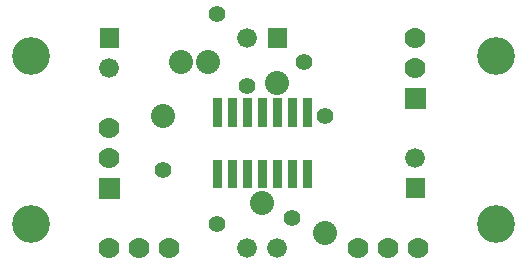
<source format=gts>
G04 start of page 7 for group -4063 idx -4063 *
G04 Title: (unknown), componentmask *
G04 Creator: pcb 20140316 *
G04 CreationDate: Sat 19 Jul 2014 12:31:25 AM GMT UTC *
G04 For: visage *
G04 Format: Gerber/RS-274X *
G04 PCB-Dimensions (mil): 2010.00 1020.00 *
G04 PCB-Coordinate-Origin: lower left *
%MOIN*%
%FSLAX25Y25*%
%LNTOPMASK*%
%ADD42R,0.0300X0.0300*%
%ADD41C,0.0800*%
%ADD40C,0.0560*%
%ADD39C,0.1260*%
%ADD38C,0.0660*%
%ADD37C,0.0001*%
%ADD36C,0.0700*%
G54D36*X69000Y15000D03*
X59000D03*
X49000D03*
G54D37*G36*
X45500Y38500D02*Y31500D01*
X52500D01*
Y38500D01*
X45500D01*
G37*
G54D36*X49000Y55000D03*
Y45000D03*
G54D38*Y75000D03*
G54D37*G36*
X45700Y88300D02*Y81700D01*
X52300D01*
Y88300D01*
X45700D01*
G37*
G54D36*X132000Y15000D03*
X142000D03*
X152000D03*
G54D38*X105000D03*
X95000D03*
Y85000D03*
G54D37*G36*
X101700Y88300D02*Y81700D01*
X108300D01*
Y88300D01*
X101700D01*
G37*
G54D38*X151000Y45000D03*
G54D37*G36*
X147700Y38300D02*Y31700D01*
X154300D01*
Y38300D01*
X147700D01*
G37*
G54D36*X151000Y85000D03*
Y75000D03*
G54D37*G36*
X147500Y68500D02*Y61500D01*
X154500D01*
Y68500D01*
X147500D01*
G37*
G54D39*X178000Y79000D03*
Y23000D03*
G54D40*X121000Y59000D03*
X114000Y77000D03*
X95000Y69000D03*
X85000Y93000D03*
G54D41*X105000Y70000D03*
G54D40*X67000Y41000D03*
G54D39*X23000Y23000D03*
G54D41*X73000Y77000D03*
G54D39*X23000Y79000D03*
G54D41*X82000Y77000D03*
X67000Y59000D03*
G54D40*X85000Y23000D03*
X110000Y25000D03*
G54D41*X100000Y30000D03*
X121000Y20000D03*
G54D42*X115000Y43000D02*Y36500D01*
Y63500D02*Y57000D01*
X85000Y43000D02*Y36500D01*
X90000Y43000D02*Y36500D01*
X95000Y43000D02*Y36500D01*
X100000Y43000D02*Y36500D01*
Y63500D02*Y57000D01*
X95000Y63500D02*Y57000D01*
X90000Y63500D02*Y57000D01*
X85000Y63500D02*Y57000D01*
X105000Y43000D02*Y36500D01*
Y63500D02*Y57000D01*
X110000Y43000D02*Y36500D01*
Y63500D02*Y57000D01*
M02*

</source>
